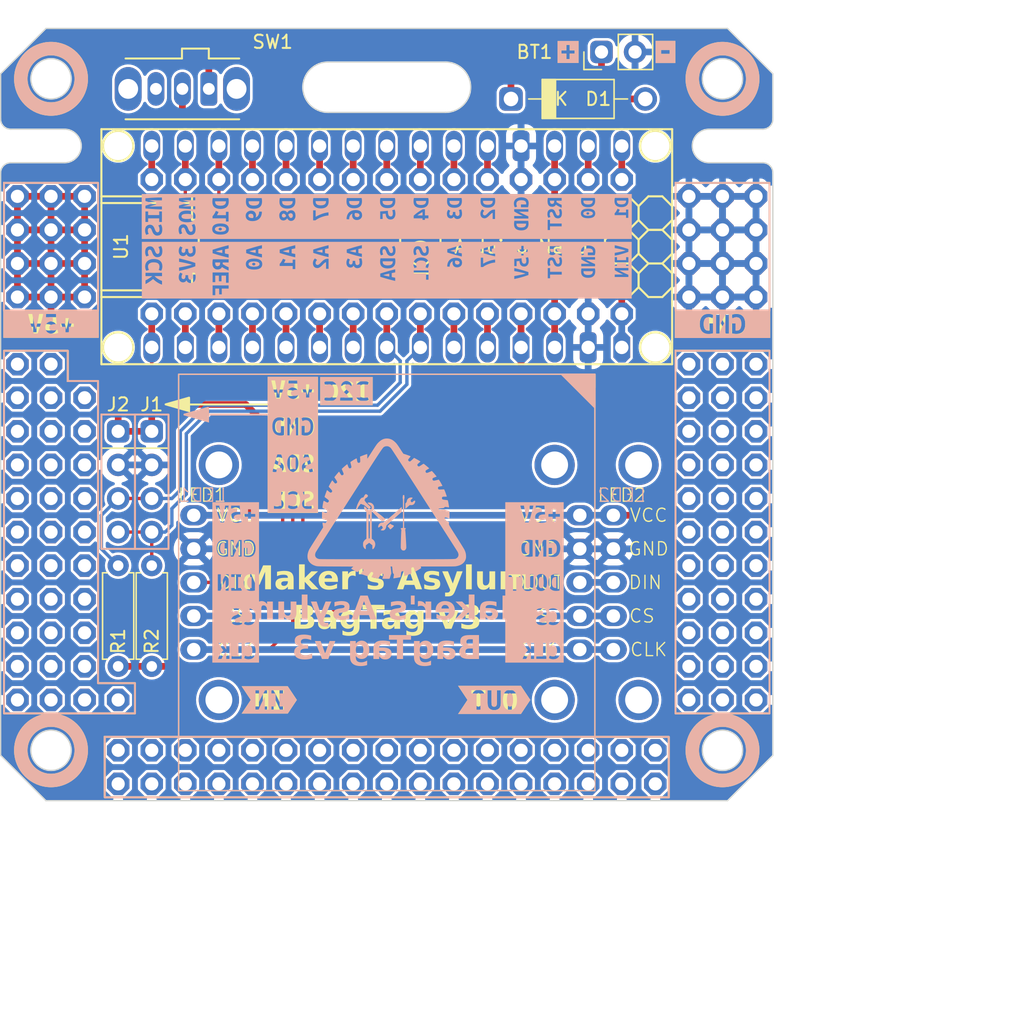
<source format=kicad_pcb>
(kicad_pcb (version 20221018) (generator pcbnew)
  (title_block (title "8x8_Badge") (date "2023-06-19") (rev "v3") (company "Maker's Asylum"))
  (layers (0 "F.Cu" signal) (31 "B.Cu" signal) (36 "B.SilkS" user "B.Silkscreen") (37 "F.SilkS" user "F.Silkscreen") (38 "B.Mask" user) (39 "F.Mask" user) (44 "Edge.Cuts" user))
  (net 0 "")
  (net 1 "/GND")
  (net 2 "/SCL")
  (net 3 "/SDA")
  (net 4 "/5V")
  (net 5 "/D2")
  (net 6 "/D3")
  (net 7 "/D4")
  (net 8 "/D5")
  (net 9 "/D6")
  (net 10 "/D7")
  (net 11 "/D8")
  (net 12 "/D9")
  (net 13 "/D10")
  (net 14 "/MOSI")
  (net 15 "/MISO")
  (net 16 "/SCK")
  (net 17 "/RST1")
  (net 18 "/D0")
  (net 19 "/D1")
  (net 20 "/A7")
  (net 21 "/A6")
  (net 22 "/A3")
  (net 23 "/A2")
  (net 24 "/A1")
  (net 25 "/A0")
  (net 26 "/AREF")
  (net 27 "/3V3")
  (net 28 "/VIN")
  (net 29 "/9V")
  (net 30 "/8V3")
  (net 131 "/DOUT")
  (footprint "BagTag:PinHeader_1x01_P2.54mm_Vertical" (layer "F.Cu") (at 105.41 71.12)
    (fp_text reference "J242" hide)
    (fp_text value "Conn_01x01" hide)
  )
  (footprint "BagTag:PinHeader_1x01_P2.54mm_Vertical" (layer "F.Cu") (at 107.95 63.5)
    (fp_text reference "J234" hide)
    (fp_text value "Conn_01x01" hide)
  )
  (footprint "BagTag:PinHeader_1x01_P2.54mm_Vertical" (layer "F.Cu") (at 72.39 107.95 90)
    (fp_text reference "J155" hide)
    (fp_text value "Conn_01x01" hide)
  )
  (footprint "BagTag:PinHeader_1x01_P2.54mm_Vertical" (layer "F.Cu") (at 57.15 91.44)
    (fp_text reference "J189" hide)
    (fp_text value "Conn_01x01" hide)
  )
  (footprint "BagTag:PinHeader_1x01_P2.54mm_Vertical" (layer "F.Cu") (at 97.79 107.95 90)
    (fp_text reference "J175" hide)
    (fp_text value "Conn_01x01" hide)
  )
  (footprint "BagTag:PinHeader_1x01_P2.54mm_Vertical" (layer "F.Cu") (at 57.15 66.04)
    (fp_text reference "J225" hide)
    (fp_text value "Conn_01x01" hide)
  )
  (footprint "BagTag:PinHeader_1x01_P2.54mm_Vertical" (layer "F.Cu") (at 107.95 81.28)
    (fp_text reference "J142" hide)
    (fp_text value "Conn_01x01" hide)
  )
  (footprint "BagTag:PinHeader_1x01_P2.54mm_Vertical" (layer "F.Cu") (at 57.15 83.82)
    (fp_text reference "J186" hide)
    (fp_text value "Conn_01x01" hide)
  )
  (footprint "BagTag:PinHeader_1x01_P2.54mm_Vertical" (layer "F.Cu") (at 107.95 86.36)
    (fp_text reference "J144" hide)
    (fp_text value "Conn_01x01" hide)
  )
  (footprint "BagTag:PinHeader_1x01_P2.54mm_Vertical" (layer "F.Cu") (at 69.85 107.95 90)
    (fp_text reference "J154" hide)
    (fp_text value "Conn_01x01" hide)
  )
  (footprint "BagTag:PinHeader_1x01_P2.54mm_Vertical" (layer "F.Cu") (at 52.07 68.58)
    (fp_text reference "J226" hide)
    (fp_text value "Conn_01x01" hide)
  )
  (footprint "BagTag:PinHeader_1x01_P2.54mm_Vertical" (layer "F.Cu") (at 105.41 93.98)
    (fp_text reference "J137" hide)
    (fp_text value "Conn_01x01" hide)
  )
  (footprint "BagTag:PinHeader_1x01_P2.54mm_Vertical" (layer "F.Cu") (at 107.95 99.06)
    (fp_text reference "J149" hide)
    (fp_text value "Conn_01x01" hide)
  )
  (footprint "BagTag:PinHeader_1x01_P2.54mm_Vertical" (layer "F.Cu") (at 107.95 66.04)
    (fp_text reference "J237" hide)
    (fp_text value "Conn_01x01" hide)
  )
  (footprint "BagTag:PinHeader_1x01_P2.54mm_Vertical" (layer "F.Cu") (at 107.95 76.2)
    (fp_text reference "J140" hide)
    (fp_text value "Conn_01x01" hide)
  )
  (footprint "BagTag:PinHeader_1x01_P2.54mm_Vertical" (layer "F.Cu") (at 105.41 81.28)
    (fp_text reference "J132" hide)
    (fp_text value "Conn_01x01" hide)
  )
  (footprint "BagTag:PinHeader_1x01_P2.54mm_Vertical" (layer "F.Cu") (at 80.01 107.95 90)
    (fp_text reference "J158" hide)
    (fp_text value "Conn_01x01" hide)
  )
  (footprint "BagTag:PinHeader_1x01_P2.54mm_Vertical" (layer "F.Cu") (at 54.61 78.74)
    (fp_text reference "J111" hide)
    (fp_text value "Conn_01x01" hide)
  )
  (footprint "BagTag:PinHeader_1x01_P2.54mm_Vertical" (layer "F.Cu") (at 102.87 86.36)
    (fp_text reference "J124" hide)
    (fp_text value "Conn_01x01" hide)
  )
  (footprint "BagTag:PinHeader_1x01_P2.54mm_Vertical" (layer "F.Cu") (at 95.25 107.95 90)
    (fp_text reference "J174" hide)
    (fp_text value "Conn_01x01" hide)
  )
  (footprint "BagTag:PinHeader_1x01_P2.54mm_Vertical" (layer "F.Cu") (at 107.95 83.82)
    (fp_text reference "J143" hide)
    (fp_text value "Conn_01x01" hide)
  )
  (footprint "BagTag:PinHeader_1x01_P2.54mm_Vertical" (layer "F.Cu") (at 107.95 88.9)
    (fp_text reference "J145" hide)
    (fp_text value "Conn_01x01" hide)
  )
  (footprint "BagTag:PinHeader_1x01_P2.54mm_Vertical" (layer "F.Cu") (at 105.41 66.04)
    (fp_text reference "J236" hide)
    (fp_text value "Conn_01x01" hide)
  )
  (footprint "BagTag:PinHeader_1x01_P2.54mm_Vertical" (layer "F.Cu") (at 102.87 63.5)
    (fp_text reference "J232" hide)
    (fp_text value "Conn_01x01" hide)
  )
  (footprint "BagTag:PinHeader_1x01_P2.54mm_Vertical" (layer "F.Cu") (at 105.41 83.82)
    (fp_text reference "J133" hide)
    (fp_text value "Conn_01x01" hide)
  )
  (footprint "BagTag:PinHeader_1x01_P2.54mm_Vertical" (layer "F.Cu") (at 107.95 96.52)
    (fp_text reference "J148" hide)
    (fp_text value "Conn_01x01" hide)
  )
  (footprint "BagTag:PinHeader_1x01_P2.54mm_Vertical" (layer "F.Cu") (at 59.69 101.6 90)
    (fp_text reference "J196" hide)
    (fp_text value "Conn_01x01" hide)
  )
  (footprint "BagTag:PinHeader_1x01_P2.54mm_Vertical" (layer "F.Cu") (at 59.69 105.41 90)
    (fp_text reference "J160" hide)
    (fp_text value "Conn_01x01" hide)
  )
  (footprint "BagTag:LED_matrix_8x8_M1088ASR_half" (layer "F.Cu") (at 111.76 92.71)
    (fp_text reference "LED2")
    (fp_text value "LED_8x8_1088AS")
  )
  (footprint "BagTag:PinHeader_1x01_P2.54mm_Vertical" (layer "F.Cu") (at 105.41 63.5)
    (fp_text reference "J233" hide)
    (fp_text value "Conn_01x01" hide)
  )
  (footprint "BagTag:PinHeader_1x01_P2.54mm_Vertical" (layer "F.Cu") (at 102.87 96.52)
    (fp_text reference "J128" hide)
    (fp_text value "Conn_01x01" hide)
  )
  (footprint "BagTag:PinHeader_1x01_P2.54mm_Vertical" (layer "F.Cu") (at 69.85 105.41 90)
    (fp_text reference "J164" hide)
    (fp_text value "Conn_01x01" hide)
  )
  (footprint "BagTag:PinHeader_1x01_P2.54mm_Vertical" (layer "F.Cu") (at 52.07 81.28)
    (fp_text reference "J102" hide)
    (fp_text value "Conn_01x01" hide)
  )
  (footprint "BagTag:PinHeader_1x01_P2.54mm_Vertical" (layer "F.Cu") (at 54.61 71.12)
    (fp_text reference "J230" hide)
    (fp_text value "Conn_01x01" hide)
  )
  (footprint "BagTag:PinHeader_1x01_P2.54mm_Vertical" (layer "F.Cu") (at 92.71 107.95 90)
    (fp_text reference "J173" hide)
    (fp_text value "Conn_01x01" hide)
  )
  (footprint "BagTag:PinHeader_1x01_P2.54mm_Vertical" (layer "F.Cu") (at 52.07 99.06)
    (fp_text reference "J109" hide)
    (fp_text value "Conn_01x01" hide)
  )
  (footprint "BagTag:kibuzzard-6461C7CD" (layer "F.Cu") (at 105.41 73.152)
    (fp_text reference "kibuzzard-6461C7CD" hide)
    (fp_text value "G***" hide)
  )
  (footprint "BagTag:PinHeader_1x01_P2.54mm_Vertical" (layer "F.Cu") (at 52.07 96.52)
    (fp_text reference "J108" hide)
    (fp_text value "Conn_01x01" hide)
  )
  (footprint "BagTag:PinHeader_1x01_P2.54mm_Vertical" (layer "F.Cu") (at 102.87 66.04)
    (fp_text reference "J235" hide)
    (fp_text value "Conn_01x01" hide)
  )
  (footprint "BagTag:PinHeader_1x01_P2.54mm_Vertical" (layer "F.Cu") (at 54.61 68.58)
    (fp_text reference "J227" hide)
    (fp_text value "Conn_01x01" hide)
  )
  (footprint "BagTag:PinHeader_1x01_P2.54mm_Vertical" (layer "F.Cu") (at 72.39 105.41 90)
    (fp_text reference "J165" hide)
    (fp_text value "Conn_01x01" hide)
  )
  (footprint "BagTag:PinHeader_1x01_P2.54mm_Vertical" (layer "F.Cu") (at 105.41 86.36)
    (fp_text reference "J134" hide)
    (fp_text value "Conn_01x01" hide)
  )
  (footprint "BagTag:PinHeader_1x01_P2.54mm_Vertical" (layer "F.Cu") (at 54.61 101.6 90)
    (fp_text reference "J194" hide)
    (fp_text value "Conn_01x01" hide)
  )
  (footprint "BagTag:PinHeader_1x01_P2.54mm_Vertical" (layer "F.Cu") (at 82.55 105.41 90)
    (fp_text reference "J169" hide)
    (fp_text value "Conn_01x01" hide)
  )
  (footprint "BagTag:PinHeader_1x02_P2.54mm_Vertical" (layer "F.Cu") (at 96.256 52.578 90)
    (fp_text reference "BT1")
    (fp_text value "Bat")
  )
  (footprint "BagTag:PinHeader_1x01_P2.54mm_Vertical" (layer "F.Cu") (at 64.769999 105.41 90)
    (fp_text reference "J162" hide)
    (fp_text value "Conn_01x01" hide)
  )
  (footprint "BagTag:PinHeader_1x01_P2.54mm_Vertical" (layer "F.Cu") (at 105.41 101.6)
    (fp_text reference "J198" hide)
    (fp_text value "Conn_01x01" hide)
  )
  (footprint "BagTag:PinHeader_1x01_P2.54mm_Vertical" (layer "F.Cu") (at 57.15 71.12)
    (fp_text reference "J231" hide)
    (fp_text value "Conn_01x01" hide)
  )
  (footprint "BagTag:PinHeader_1x01_P2.54mm_Vertical" (layer "F.Cu") (at 57.15 96.52)
    (fp_text reference "J191" hide)
    (fp_text value "Conn_01x01" hide)
  )
  (footprint "BagTag:PinHeader_1x01_P2.54mm_Vertical" (layer "F.Cu") (at 90.169999 107.95 90)
    (fp_text reference "J172" hide)
    (fp_text value "Conn_01x01" hide)
  )
  (footprint "BagTag:PinHeader_1x01_P2.54mm_Vertical" (layer "F.Cu") (at 105.41 96.52)
    (fp_text reference "J138" hide)
    (fp_text value "Conn_01x01" hide)
  )
  (footprint "BagTag:PinHeader_1x01_P2.54mm_Vertical" (layer "F.Cu") (at 54.61 83.82)
    (fp_text reference "J113" hide)
    (fp_text value "Conn_01x01" hide)
  )
  (footprint "BagTag:PinHeader_1x01_P2.54mm_Vertical" (layer "F.Cu") (at 105.41 88.9)
    (fp_text reference "J135" hide)
    (fp_text value "Conn_01x01" hide)
  )
  (footprint "BagTag:PinHeader_1x04_P2.54mm_Vertical" (layer "F.Cu") (at 59.69 81.28)
    (fp_text reference "J2")
    (fp_text value "Conn_I2C" hide)
  )
  (footprint "BagTag:PinHeader_1x01_P2.54mm_Vertical" (layer "F.Cu") (at 52.07 66.04)
    (fp_text reference "J223" hide)
    (fp_text value "Conn_01x01" hide)
  )
  (footprint "BagTag:kibuzzard-6461CA3D" (layer "F.Cu") (at 76.962 78.232)
    (fp_text reference "kibuzzard-6461CA3D" hide)
    (fp_text value "G***" hide)
  )
  (footprint "BagTag:LED_matrix_8x8_M1088ASR" (layer "F.Cu") (at 80.01 92.71)
    (fp_text reference "LED1")
    (fp_text value "LED_8x8_1088AS")
  )
  (footprint "BagTag:PinHeader_1x01_P2.54mm_Vertical" (layer "F.Cu") (at 87.63 107.95 90)
    (fp_text reference "J171" hide)
    (fp_text value "Conn_01x01" hide)
  )
  (footprint "BagTag:PinHeader_1x01_P2.54mm_Vertical" (layer "F.Cu") (at 52.07 91.44)
    (fp_text reference "J106" hide)
    (fp_text value "Conn_01x01" hide)
  )
  (footprint "BagTag:PinHeader_1x01_P2.54mm_Vertical" (layer "F.Cu") (at 67.31 107.95 90)
    (fp_text reference "J153" hide)
    (fp_text value "Conn_01x01" hide)
  )
  (footprint "BagTag:PinHeader_1x01_P2.54mm_Vertical" (layer "F.Cu") (at 102.87 78.74)
    (fp_text reference "J121" hide)
    (fp_text value "Conn_01x01" hide)
  )
  (footprint "BagTag:PinHeader_1x01_P2.54mm_Vertical" (layer "F.Cu") (at 52.07 93.98)
    (fp_text reference "J107" hide)
    (fp_text value "Conn_01x01" hide)
  )
  (footprint "BagTag:PinHeader_1x04_P2.54mm_Vertical" (layer "F.Cu") (at 62.23 81.28)
    (fp_text reference "J1")
    (fp_text value "Conn_I2C")
  )
  (footprint "BagTag:PinHeader_1x01_P2.54mm_Vertical" (layer "F.Cu") (at 54.61 63.5)
    (fp_text reference "J221" hide)
    (fp_text value "Conn_01x01" hide)
  )
  (footprint "BagTag:PinHeader_1x01_P2.54mm_Vertical" (layer "F.Cu") (at 102.87 93.98)
    (fp_text reference "J127" hide)
    (fp_text value "Conn_01x01" hide)
  )
  (footprint "BagTag:PinHeader_1x01_P2.54mm_Vertical" (layer "F.Cu") (at 85.09 105.41 90)
    (fp_text reference "J176" hide)
    (fp_text value "Conn_01x01" hide)
  )
  (footprint "BagTag:PinHeader_1x01_P2.54mm_Vertical" (layer "F.Cu") (at 52.07 71.12)
    (fp_text reference "J229" hide)
    (fp_text value "Conn_01x01" hide)
  )
  (footprint "BagTag:PinHeader_1x01_P2.54mm_Vertical" (layer "F.Cu") (at 57.15 63.5)
    (fp_text reference "J222" hide)
    (fp_text value "Conn_01x01" hide)
  )
  (footprint "BagTag:PinHeader_1x01_P2.54mm_Vertical" (layer "F.Cu") (at 57.15 99.06)
    (fp_text reference "J192" hide)
    (fp_text value "Conn_01x01" hide)
  )
  (footprint "BagTag:kibuzzard-6461CA60" (layer "F.Cu") (at 71.12 101.6)
    (fp_text reference "kibuzzard-6461CA60" hide)
    (fp_text value "G***" hide)
  )
  (footprint "BagTag:PinHeader_1x01_P2.54mm_Vertical" (layer "F.Cu") (at 90.169999 105.41 90)
    (fp_text reference "J178" hide)
    (fp_text value "Conn_01x01" hide)
  )
  (footprint "BagTag:PinHeader_1x01_P2.54mm_Vertical" (layer "F.Cu") (at 102.87 88.9)
    (fp_text reference "J125" hide)
    (fp_text value "Conn_01x01" hide)
  )
  (footprint "BagTag:PinHeader_1x01_P2.54mm_Vertical" (layer "F.Cu") (at 54.61 93.98)
    (fp_text reference "J117" hide)
    (fp_text value "Conn_01x01" hide)
  )
  (footprint "BagTag:PinHeader_1x01_P2.54mm_Vertical" (layer "F.Cu") (at 52.07 76.2)
    (fp_text reference "J100" hide)
    (fp_text value "Conn_01x01" hide)
  )
  (footprint "BagTag:PinHeader_1x01_P2.54mm_Vertical" (layer "F.Cu") (at 57.15 78.74)
    (fp_text reference "J184" hide)
    (fp_text value "Conn_01x01" hide)
  )
  (footprint "BagTag:PinHeader_1x01_P2.54mm_Vertical" (layer "F.Cu") (at 85.09 107.95 90)
    (fp_text reference "J170" hide)
    (fp_text value "Conn_01x01" hide)
  )
  (footprint "BagTag:PinHeader_1x01_P2.54mm_Vertical" (layer "F.Cu") (at 54.61 76.2)
    (fp_text reference "J110" hide)
    (fp_text value "Conn_01x01" hide)
  )
  (footprint "BagTag:PinHeader_1x01_P2.54mm_Vertical" (layer "F.Cu") (at 62.23 107.95 90)
    (fp_text reference "J151" hide)
    (fp_text value "Conn_01x01" hide)
  )
  (footprint "BagTag:PinHeader_1x01_P2.54mm_Vertical" (layer "F.Cu") (at 77.470001 105.41 90)
    (fp_text reference "J167" hide)
    (fp_text value "Conn_01x01" hide)
  )
  (footprint "BagTag:PinHeader_1x01_P2.54mm_Vertical" (layer "F.Cu") (at 52.07 101.6 90)
    (fp_text reference "J193" hide)
    (fp_text value "Conn_01x01" hide)
  )
  (footprint "BagTag:kibuzzard-64612FED" (layer "F.Cu") (at 101.092 52.578)
    (fp_text reference "kibuzzard-64612FED" hide)
    (fp_text value "G***" hide)
  )
  (footprint "BagTag:PinHeader_1x01_P2.54mm_Vertical" (layer "F.Cu") (at 77.470001 107.95 90)
    (fp_text reference "J157" hide)
    (fp_text value "Conn_01x01" hide)
  )
  (footprint "BagTag:PinHeader_1x01_P2.54mm_Vertical" (layer "F.Cu") (at 102.87 83.82)
    (fp_text reference "J123" hide)
    (fp_text value "Conn_01x01" hide)
  )
  (footprint "BagTag:PinHeader_1x01_P2.54mm_Vertical" (layer "F.Cu") (at 57.15 86.36)
    (fp_text reference "J187" hide)
    (fp_text value "Conn_01x01" hide)
  )
  (footprint "BagTag:PinHeader_1x01_P2.54mm_Vertical" (layer "F.Cu") (at 100.33 105.41)
    (fp_text reference "J182" hide)
    (fp_text value "Conn_01x01" hide)
  )
  (footprint "BagTag:PinHeader_1x01_P2.54mm_Vertical" (layer "F.Cu") (at 52.07 63.5)
    (fp_text reference "J220" hide)
    (fp_text value "Conn_01x01" hide)
  )
  (footprint "BagTag:PinHeader_1x01_P2.54mm_Vertical" (layer "F.Cu") (at 87.63 105.41 90)
    (fp_text reference "J177" hide)
    (fp_text value "Conn_01x01" hide)
  )
  (footprint "BagTag:kibuzzard-6461CA59" (layer "F.Cu") (at 88.138 101.6)
    (fp_text reference "kibuzzard-6461CA59" hide)
    (fp_text value "G***" hide)
  )
  (footprint "BagTag:R_Axial_DIN0207_L6.3mm_D2.5mm_P7.62mm_Horizontal" (layer "F.Cu") (at 62.23 99.06 90)
    (fp_text reference "R2")
    (fp_text value "10k")
  )
  (footprint "BagTag:PinHeader_1x01_P2.54mm_Vertical" (layer "F.Cu") (at 107.95 71.12)
    (fp_text reference "J243" hide)
    (fp_text value "Conn_01x01" hide)
  )
  (footprint "BagTag:PinHeader_1x01_P2.54mm_Vertical" (layer "F.Cu") (at 54.61 88.9)
    (fp_text reference "J115" hide)
    (fp_text value "Conn_01x01" hide)
  )
  (footprint "BagTag:PinHeader_1x01_P2.54mm_Vertical" (layer "F.Cu") (at 107.95 101.6)
    (fp_text reference "J199" hide)
    (fp_text value "Conn_01x01" hide)
  )
  (footprint "BagTag:PinHeader_1x01_P2.54mm_Vertical" (layer "F.Cu") (at 57.15 88.9)
    (fp_text reference "J188" hide)
    (fp_text value "Conn_01x01" hide)
  )
  (footprint "BagTag:PinHeader_1x01_P2.54mm_Vertical" (layer "F.Cu") (at 107.95 93.98)
    (fp_text reference "J147" hide)
    (fp_text value "Conn_01x01" hide)
  )
  (footprint "BagTag:PinHeader_1x01_P2.54mm_Vertical" (layer "F.Cu") (at 92.71 105.41 180)
    (fp_text reference "J179" hide)
    (fp_text value "Conn_01x01" hide)
  )
  (footprint "BagTag:PinHeader_1x01_P2.54mm_Vertical" (layer "F.Cu") (at 107.95 78.74)
    (fp_text reference "J141" hide)
    (fp_text value "Conn_01x01" hide)
  )
  (footprint "BagTag:PinHeader_1x01_P2.54mm_Vertical" (layer "F.Cu") (at 67.31 105.41 180)
    (fp_text reference "J163" hide)
    (fp_text value "Conn_01x01" hide)
  )
  (footprint "BagTag:PinHeader_1x01_P2.54mm_Vertical" (layer "F.Cu") (at 105.41 99.06)
    (fp_text reference "J139" hide)
    (fp_text value "Conn_01x01" hide)
  )
  (footprint "BagTag:PinHeader_1x01_P2.54mm_Vertical" (layer "F.Cu") (at 54.61 96.52)
    (fp_text reference "J118" hide)
    (fp_text value "Conn_01x01" hide)
  )
  (footprint "BagTag:PinHeader_1x01_P2.54mm_Vertical" (layer "F.Cu") (at 54.61 81.28)
    (fp_text reference "J112" hide)
    (fp_text value "Conn_01x01" hide)
  )
  (footprint "BagTag:PinHeader_1x01_P2.54mm_Vertical" (layer "F.Cu") (at 54.61 91.44)
    (fp_text reference "J116" hide)
    (fp_text value "Conn_01x01" hide)
  )
  (footprint "BagTag:kibuzzard-6461C6D4" (layer "F.Cu") (at 54.61 73.152)
    (fp_text reference "kibuzzard-6461C6D4" hide)
    (fp_text value "G***" hide)
  )
  (footprint "BagTag:PinHeader_1x01_P2.54mm_Vertical" (layer "F.Cu") (at 57.15 81.28)
    (fp_text reference "J185" hide)
    (fp_text value "Conn_01x01" hide)
  )
  (footprint "BagTag:PinHeader_1x01_P2.54mm_Vertical" (layer "F.Cu") (at 102.87 76.2)
    (fp_text reference "J120" hide)
    (fp_text value "Conn_01x01" hide)
  )
  (footprint "BagTag:PinHeader_1x01_P2.54mm_Vertical" (layer "F.Cu") (at 57.149999 101.6 90)
    (fp_text reference "J195" hide)
    (fp_text value "Conn_01x01" hide)
  )
  (footprint "BagTag:PinHeader_1x01_P2.54mm_Vertical" (layer "F.Cu") (at 102.87 101.6 90)
    (fp_text reference "J197" hide)
    (fp_text value "Conn_01x01" hide)
  )
  (footprint "BagTag:PinHeader_1x01_P2.54mm_Vertical" (layer "F.Cu") (at 97.79 105.41 180)
    (fp_text reference "J181" hide)
    (fp_text value "Conn_01x01" hide)
  )
  (footprint "BagTag:PinHeader_1x01_P2.54mm_Vertical" (layer "F.Cu") (at 95.25 105.41 90)
    (fp_text reference "J180" hide)
    (fp_text value "Conn_01x01" hide)
  )
  (footprint "BagTag:Arduino_Nano_v2_NoSPI" (layer "F.Cu") (at 100.33 67.31 -90)
    (fp_text reference "U1")
    (fp_text value "Arduino_Nano")
  )
  (footprint "BagTag:PinHeader_1x01_P2.54mm_Vertical" (layer "F.Cu") (at 59.69 107.95 90)
    (fp_text reference "J150" hide)
    (fp_text value "Conn_01x01" hide)
  )
  (footprint "BagTag:PinHeader_1x01_P2.54mm_Vertical" (layer "F.Cu") (at 102.87 68.58)
    (fp_text reference "J238" hide)
    (fp_text value "Conn_01x01" hide)
  )
  (footprint "BagTag:PinHeader_1x01_P2.54mm_Vertical" (layer "F.Cu") (at 102.87 81.28)
    (fp_text reference "J122" hide)
    (fp_text value "Conn_01x01" hide)
  )
  (footprint "BagTag:PinHeader_1x01_P2.54mm_Vertical" (layer "F.Cu") (at 100.33 107.95)
    (fp_text reference "J183" hide)
    (fp_text value "Conn_01x01" hide)
  )
  (footprint "BagTag:kibuzzard-646132D7" (layer "F.Cu") (at 72.91 82.31)
    (fp_text reference "kibuzzard-646132D7" hide)
    (fp_text value "G***" hide)
  )
  (footprint "BagTag:PinHeader_1x01_P2.54mm_Vertical" (layer "F.Cu") (at 102.87 91.44)
    (fp_text reference "J126" hide)
    (fp_text value "Conn_01x01" hide)
  )
  (footprint "BagTag:PinHeader_1x01_P2.54mm_Vertical" (layer "F.Cu") (at 52.07 83.82)
    (fp_text reference "J103" hide)
    (fp_text value "Conn_01x01" hide)
  )
  (footprint "BagTag:PinHeader_1x01_P2.54mm_Vertical" (layer "F.Cu") (at 105.41 78.74)
    (fp_text reference "J131" hide)
    (fp_text value "Conn_01x01" hide)
  )
  (footprint "BagTag:PinHeader_1x01_P2.54mm_Vertical" (layer "F.Cu") (at 105.41 91.44)
    (fp_text reference "J136" hide)
    (fp_text value "Conn_01x01" hide)
  )
  (footprint "BagTag:SW_CuK_OS102011MA1QN1_SPDT_Angled" (layer "F.Cu") (at 66.548 55.372 180)
    (fp_text reference "SW1")
    (fp_text value "ON")
  )
  (footprint "BagTag:PinHeader_1x01_P2.54mm_Vertical" (layer "F.Cu") (at 54.61 86.36)
    (fp_text reference "J114" hide)
    (fp_text value "Conn_01x01" hide)
  )
  (footprint "BagTag:kibuzzard-64612FA6" (layer "F.Cu") (at 93.726 52.578)
    (fp_text reference "kibuzzard-64612FA6" hide)
    (fp_text value "G***" hide)
  )
  (footprint "BagTag:PinHeader_1x01_P2.54mm_Vertical" (layer "F.Cu") (at 52.07 86.36)
    (fp_text reference "J104" hide)
    (fp_text value "Conn_01x01" hide)
  )
  (footprint "BagTag:PinHeader_1x01_P2.54mm_Vertical" (layer "F.Cu") (at 57.15 68.58)
    (fp_text reference "J228" hide)
    (fp_text value "Conn_01x01" hide)
  )
  (footprint "BagTag:PinHeader_1x01_P2.54mm_Vertical" (layer "F.Cu") (at 74.93 107.95 90)
    (fp_text reference "J156" hide)
    (fp_text value "Conn_01x01" hide)
  )
  (footprint "BagTag:PinHeader_1x01_P2.54mm_Vertical" (layer "F.Cu") (at 105.41 76.2)
    (fp_text reference "J130" hide)
    (fp_text value "Conn_01x01" hide)
  )
  (footprint "BagTag:PinHeader_1x01_P2.54mm_Vertical" (layer "F.Cu") (at 54.61 99.06)
    (fp_text reference "J119" hide)
    (fp_text value "Conn_01x01" hide)
  )
  (footprint "BagTag:PinHeader_1x01_P2.54mm_Vertical" (layer "F.Cu") (at 64.769999 107.95 90)
    (fp_text reference "J152" hide)
    (fp_text value "Conn_01x01" hide)
  )
  (footprint "BagTag:PinHeader_1x01_P2.54mm_Vertical" (layer "F.Cu") (at 80.01 105.41 90)
    (fp_text reference "J168" hide)
    (fp_text value "Conn_01x01" hide)
  )
  (footprint "BagTag:PinHeader_1x01_P2.54mm_Vertical" (layer "F.Cu") (at 74.93 105.41 90)
    (fp_text reference "J166" hide)
    (fp_text value "Conn_01x01" hide)
  )
  (footprint "BagTag:PinHeader_1x01_P2.54mm_Vertical" (layer "F.Cu") (at 102.87 71.12)
    (fp_text reference "J241" hide)
    (fp_text value "Conn_01x01" hide)
  )
  (footprint "BagTag:PinHeader_1x01_P2.54mm_Vertical" (layer "F.Cu") (at 105.41 68.58)
    (fp_text reference "J239" hide)
    (fp_text value "Conn_01x01" hide)
  )
  (footprint "BagTag:PinHeader_1x01_P2.54mm_Vertical" (layer "F.Cu") (at 52.07 88.9)
    (fp_text reference "J105" hide)
    (fp_text value "Conn_01x01" hide)
  )
  (footprint "BagTag:PinHeader_1x01_P2.54mm_Vertical" (layer "F.Cu") (at 52.07 78.74)
    (fp_text reference "J101" hide)
    (fp_text value "Conn_01x01" hide)
  )
  (footprint "BagTag:PinHeader_1x01_P2.54mm_Vertical" (layer "F.Cu") (at 102.87 99.06)
    (fp_text reference "J129" hide)
    (fp_text value "Conn_01x01" hide)
  )
  (footprint "BagTag:PinHeader_1x01_P2.54mm_Vertical" (layer "F.Cu") (at 62.23 105.41 90)
    (fp_text reference "J161" hide)
    (fp_text value "Conn_01x01" hide)
  )
  (footprint "BagTag:D_DO-41_SOD81_P10.16mm_Horizontal" (layer "F.Cu") (at 89.408 56.134)
    (fp_text reference "D1")
    (fp_text value "1N4001")
  )
  (footprint "BagTag:PinHeader_1x01_P2.54mm_Vertical" (layer "F.Cu") (at 54.61 66.04)
    (fp_text reference "J224" hide)
    (fp_text value "Conn_01x01" hide)
  )
  (footprint "BagTag:R_Axial_DIN0207_L6.3mm_D2.5mm_P7.62mm_Horizontal" (layer "F.Cu") (at 59.69 99.06 90)
    (fp_text reference "R1")
    (fp_text value "10k")
  )
  (footprint "BagTag:PinHeader_1x01_P2.54mm_Vertical" (layer "F.Cu") (at 82.55 107.95 90)
    (fp_text reference "J159" hide)
    (fp_text value "Conn_01x01" hide)
  )
  (footprint "BagTag:PinHeader_1x01_P2.54mm_Vertical" (layer "F.Cu") (at 57.15 93.98)
    (fp_text reference "J190" hide)
    (fp_text value "Conn_01x01" hide)
  )
  (footprint "BagTag:PinHeader_1x01_P2.54mm_Vertical" (layer "F.Cu") (at 107.95 68.58)
    (fp_text reference "J240" hide)
    (fp_text value "Conn_01x01" hide)
  )
  (footprint "BagTag:PinHeader_1x01_P2.54mm_Vertical" (layer "F.Cu") (at 107.95 91.44)
    (fp_text reference "J146" hide)
    (fp_text value "Conn_01x01" hide)
  )
  (footprint "BagTag:PinHeader_1x01_P2.54mm_Vertical" (layer "B.Cu") (at 87.63 62.23 90)
    (fp_text reference "J10" hide)
    (fp_text value "D2" hide)
  )
  (footprint "BagTag:kibuzzard-64612FA6" (layer "B.Cu") (at 93.726 52.578 180)
    (fp_text reference "kibuzzard-64612FA6" hide)
    (fp_text value "G***" hide)
  )
  (footprint "BagTag:PinHeader_1x01_P2.54mm_Vertical" (layer "B.Cu") (at 97.79 62.23 90)
    (fp_text reference "J25" hide)
    (fp_text value "D1" hide)
  )
  (footprint "BagTag:PinHeader_1x01_P2.54mm_Vertical" (layer "B.Cu") (at 67.31 62.23 90)
    (fp_text reference "J18" hide)
    (fp_text value "D10" hide)
  )
  (footprint "BagTag:PinHeader_1x01_P2.54mm_Vertical" (layer "B.Cu") (at 97.79 72.39 90)
    (fp_text reference "J35" hide)
    (fp_text value "VIN" hide)
  )
  (footprint "BagTag:PinHeader_1x01_P2.54mm_Vertical" (layer "B.Cu") (at 72.39 72.39 90)
    (fp_text reference "J32" hide)
    (fp_text value "A1" hide)
  )
  (footprint "BagTag:PinHeader_1x01_P2.54mm_Vertical" (layer "B.Cu") (at 95.25 62.23 90)
    (fp_text reference "J24" hide)
    (fp_text value "D0" hide)
  )
  (footprint "BagTag:PinHeader_1x01_P2.54mm_Vertical" (layer "B.Cu") (at 80.01 62.23 90)
    (fp_text reference "J13" hide)
    (fp_text value "D5" hide)
  )
  (footprint "BagTag:PinHeader_1x01_P2.54mm_Vertical" (layer "B.Cu") (at 62.23 62.23 90)
    (fp_text reference "J20" hide)
    (fp_text value "D12" hide)
  )
  (footprint "BagTag:PinHeader_1x01_P2.54mm_Vertical" (layer "B.Cu") (at 85.09 62.23 90)
    (fp_text reference "J11" hide)
    (fp_text value "D3" hide)
  )
  (footprint "BagTag:PinHeader_1x01_P2.54mm_Vertical" (layer "B.Cu") (at 92.709999 62.23 90)
    (fp_text reference "J22" hide)
    (fp_text value "RST1" hide)
  )
  (footprint "BagTag:PinHeader_1x01_P2.54mm_Vertical" (layer "B.Cu") (at 90.17 62.23 90)
    (fp_text reference "J39" hide)
    (fp_text value "GND2" hide)
  )
  (footprint "BagTag:PinHeader_1x01_P2.54mm_Vertical" (layer "B.Cu") (at 90.17 72.39 90)
    (fp_text reference "J36" hide)
    (fp_text value "5V" hide)
  )
  (footprint "BagTag:PinHeader_1x01_P2.54mm_Vertical" (layer "B.Cu") (at 62.23 72.39 90)
    (fp_text reference "J21" hide)
    (fp_text value "D13" hide)
  )
  (footprint "BagTag:PinHeader_1x01_P2.54mm_Vertical" (layer "B.Cu") (at 87.63 72.39 90)
    (fp_text reference "J26" hide)
    (fp_text value "A7" hide)
  )
  (footprint "BagTag:kibuzzard-646132D7" (layer "B.Cu") (at 72.898 82.296 180)
    (fp_text reference "kibuzzard-646132D7" hide)
    (fp_text value "G***" hide)
  )
  (footprint "BagTag:PinHeader_1x01_P2.54mm_Vertical" (layer "B.Cu") (at 67.31 72.39 90)
    (fp_text reference "J34" hide)
    (fp_text value "AREF" hide)
  )
  (footprint "BagTag:kibuzzard-6461C6D4" (layer "B.Cu") (at 54.61 73.152 180)
    (fp_text reference "kibuzzard-6461C6D4" hide)
    (fp_text value "G***" hide)
  )
  (footprint "BagTag:PinHeader_1x01_P2.54mm_Vertical" (layer "B.Cu") (at 80.01 72.39 90)
    (fp_text reference "J29" hide)
    (fp_text value "A4" hide)
  )
  (footprint "BagTag:PinHeader_1x01_P2.54mm_Vertical" (layer "B.Cu") (at 69.849999 62.23 90)
    (fp_text reference "J17" hide)
    (fp_text value "D9" hide)
  )
  (footprint "BagTag:PinHeader_1x01_P2.54mm_Vertical" (layer "B.Cu") (at 82.550001 62.23 90)
    (fp_text reference "J12" hide)
    (fp_text value "D4" hide)
  )
  (footprint "BagTag:MA_logo_12mmx10mm" (layer "B.Cu") (at 80.01 87.122 180)
    (fp_text reference "G***" hide)
    (fp_text value "LOGO" hide)
  )
  (footprint "BagTag:kibuzzard-6461CA30" (layer "B.Cu") (at 76.962 78.232 180)
    (fp_text reference "kibuzzard-6461CA30" hide)
    (fp_text value "G***" hide)
  )
  (footprint "BagTag:kibuzzard-6461377A" (layer "B.Cu") (at 80.01 65.024 -90)
    (fp_text reference "kibuzzard-6461377A" hide)
    (fp_text value "G***" hide)
  )
  (footprint "BagTag:kibuzzard-64612FED" (layer "B.Cu") (at 101.092 52.578 180)
    (fp_text reference "kibuzzard-64612FED" hide)
    (fp_text value "G***" hide)
  )
  (footprint "BagTag:PinHeader_1x01_P2.54mm_Vertical" (layer "B.Cu") (at 92.71 72.389999 90)
    (fp_text reference "J23" hide)
    (fp_text value "RST1" hide)
  )
  (footprint "BagTag:kibuzzard-6461376B" (layer "B.Cu") (at 80.01 69.088 -90)
    (fp_text reference "kibuzzard-6461376B" hide)
    (fp_text value "G***" hide)
  )
  (footprint "BagTag:PinHeader_1x01_P2.54mm_Vertical" (layer "B.Cu") (at 72.39 62.23 90)
    (fp_text reference "J16" hide)
    (fp_text value "D8" hide)
  )
  (footprint "BagTag:PinHeader_1x01_P2.54mm_Vertical" (layer "B.Cu") (at 95.25 72.39 90)
    (fp_text reference "J38" hide)
    (fp_text value "GND1" hide)
  )
  (footprint "BagTag:PinHeader_1x01_P2.54mm_Vertical" (layer "B.Cu") (at 69.85 72.389999 90)
    (fp_text reference "J33" hide)
    (fp_text value "A0" hide)
  )
  (footprint "BagTag:kibuzzard-646134AD" (layer "B.Cu") (at 68.58 92.71 180)
    (fp_text reference "kibuzzard-646134AD" hide)
    (fp_text value "G***" hide)
  )
  (footprint "BagTag:PinHeader_1x01_P2.54mm_Vertical" (layer "B.Cu") (at 85.09 72.39 90)
    (fp_text reference "J27" hide)
    (fp_text value "A6" hide)
  )
  (footprint "BagTag:PinHeader_1x01_P2.54mm_Vertical" (layer "B.Cu") (at 64.77 72.39 90)
    (fp_text reference "J37" hide)
    (fp_text value "3V3" hide)
  )
  (footprint "BagTag:PinHeader_1x01_P2.54mm_Vertical" (layer "B.Cu") (at 77.47 72.39 90)
    (fp_text reference "J30" hide)
    (fp_text value "A3" hide)
  )
  (footprint "BagTag:PinHeader_1x01_P2.54mm_Vertical" (layer "B.Cu") (at 74.93 62.23 90)
    (fp_text reference "J15" hide)
    (fp_text value "D7" hide)
  )
  (footprint "BagTag:kibuzzard-6461CA4A" (layer "B.Cu") (at 71.12 101.6 180)
    (fp_text reference "kibuzzard-6461CA4A" hide)
    (fp_text value "G***" hide)
  )
  (footprint "BagTag:PinHeader_1x01_P2.54mm_Vertical" (layer "B.Cu") (at 82.55 72.389999 90)
    (fp_text reference "J28" hide)
    (fp_text value "A5" hide)
  )
  (footprint "BagTag:kibuzzard-6461CA6F" (layer "B.Cu") (at 88.138 101.6 180)
    (fp_text reference "kibuzzard-6461CA6F" hide)
    (fp_text value "G***" hide)
  )
  (footprint "BagTag:PinHeader_1x01_P2.54mm_Vertical" (layer "B.Cu") (at 74.93 72.39 90)
    (fp_text reference "J31" hide)
    (fp_text value "A2" hide)
  )
  (footprint "BagTag:PinHeader_1x01_P2.54mm_Vertical" (layer "B.Cu") (at 77.47 62.23 90)
    (fp_text reference "J14" hide)
    (fp_text value "D6" hide)
  )
  (footprint "BagTag:kibuzzard-6461C7E5" (layer "B.Cu") (at 105.41 73.152 180)
    (fp_text reference "kibuzzard-6461C7E5" hide)
    (fp_text value "G***" hide)
  )
  (footprint "BagTag:PinHeader_1x01_P2.54mm_Vertical" (layer "B.Cu") (at 64.77 62.23 90)
    (fp_text reference "J19" hide)
    (fp_text value "D11" hide)
  )
  (footprint "BagTag:kibuzzard-646134FF" (layer "B.Cu") (at 91.186 92.71 180)
    (fp_text reference "kibuzzard-646134FF" hide)
    (fp_text value "G***" hide)
  )
  (gr_poly (pts (xy 101.346 104.394) (xy 58.673999 104.394) (xy 58.674 108.966) (xy 101.346 108.966)) (stroke (width 0.15)) (fill none) (layer "B.SilkS"))
  (gr_poly (pts (xy 64.71 80.01) (xy 66.488 79.502) (xy 66.488 80.518)) (stroke (width 0.15)) (fill solid) (layer "B.SilkS"))
  (gr_rect (start 58.42 80.01) (end 60.96 90.17) (stroke (width 0.15)) (fill none) (layer "B.SilkS"))
  (gr_rect (start 101.854 62.484) (end 108.966 72.136) (stroke (width 0.15)) (fill none) (layer "B.SilkS"))
  (gr_circle (center 54.61 105.41) (end 56.896 105.41) (stroke (width 1.016)) (fill none) (layer "B.SilkS"))
  (gr_circle (center 54.61 54.61) (end 56.896 54.61) (stroke (width 1.016)) (fill none) (layer "B.SilkS"))
  (gr_rect (start 101.854 75.184) (end 108.966 102.616) (stroke (width 0.15)) (fill none) (layer "B.SilkS"))
  (gr_poly (pts (xy 51.054 75.184) (xy 55.88 75.184) (xy 55.88 77.47) (xy 58.166 77.47) (xy 58.166 100.33) (xy 60.96 100.33) (xy 60.96 102.616) (xy 51.054 102.616)) (stroke (width 0.15)) (fill none) (layer "B.SilkS"))
  (gr_line (start 70.91 80.01) (end 64.71 80.01) (stroke (width 0.15)) (layer "B.SilkS"))
  (gr_circle (center 105.41 54.61) (end 107.696 54.61) (stroke (width 1.016)) (fill none) (layer "B.SilkS"))
  (gr_rect (start 60.96 80.01) (end 63.5 90.17) (stroke (width 0.15)) (fill none) (layer "B.SilkS"))
  (gr_circle (center 105.41 105.41) (end 107.696 105.41) (stroke (width 1.016)) (fill none) (layer "B.SilkS"))
  (gr_rect (start 51.054 62.484) (end 58.166 72.136) (stroke (width 0.15)) (fill none) (layer "B.SilkS"))
  (gr_circle (center 54.61 105.41) (end 52.324 105.41) (stroke (width 1.016)) (fill none) (layer "F.SilkS"))
  (gr_circle (center 105.41 54.61) (end 103.124 54.61) (stroke (width 1.016)) (fill none) (layer "F.SilkS"))
  (gr_poly (pts (xy 63.277962 79.238868) (xy 65.055962 78.730868) (xy 65.055962 79.746868)) (stroke (width 0.15)) (fill solid) (layer "F.SilkS"))
  (gr_rect (start 58.674 104.394) (end 101.346 108.966) (stroke (width 0.15)) (fill none) (layer "F.SilkS"))
  (gr_rect (start 101.854 62.484) (end 108.966 72.136) (stroke (width 0.15)) (fill none) (layer "F.SilkS"))
  (gr_rect (start 101.854 75.184) (end 108.966 102.616) (stroke (width 0.15)) (fill none) (layer "F.SilkS"))
  (gr_rect (start 51.054 62.484) (end 58.166 72.136) (stroke (width 0.15)) (fill none) (layer "F.SilkS"))
  (gr_line (start 71.161 79.248) (end 64.983 79.248) (stroke (width 0.15)) (layer "F.SilkS"))
  (gr_circle (center 105.41 105.41) (end 103.124 105.41) (stroke (width 1.016)) (fill none) (layer "F.SilkS"))
  (gr_poly (pts (xy 51.054 75.184) (xy 55.88 75.184) (xy 55.88 77.47) (xy 58.166 77.47) (xy 58.166 100.33) (xy 60.96 100.33) (xy 60.96 102.616) (xy 51.054 102.616)) (stroke (width 0.15)) (fill none) (layer "F.SilkS"))
  (gr_circle (center 54.61 54.61) (end 52.324 54.61) (stroke (width 1.016)) (fill none) (layer "F.SilkS"))
  (gr_line (start 84.455 57.15) (end 75.565 57.15) (stroke (width 0.1)) (layer "Edge.Cuts"))
  (gr_arc (start 108.458 60.96) (mid 108.996815 61.183185) (end 109.22 61.722) (stroke (width 0.1)) (layer "Edge.Cuts"))
  (gr_circle (center 105.41 54.61) (end 106.934 54.61) (stroke (width 0.1)) (fill none) (layer "Edge.Cuts"))
  (gr_line (start 108.458 58.42) (end 104.394 58.419999) (stroke (width 0.1)) (layer "Edge.Cuts"))
  (gr_line (start 50.8 54.229) (end 54.229 50.8) (stroke (width 0.1)) (layer "Edge.Cuts"))
  (gr_line (start 54.229 50.8) (end 105.791 50.8) (stroke (width 0.1)) (layer "Edge.Cuts"))
  (gr_line (start 109.22 54.229) (end 105.791 50.8) (stroke (width 0.1)) (layer "Edge.Cuts"))
  (gr_line (start 105.791 109.22) (end 109.22 105.791) (stroke (width 0.1)) (layer "Edge.Cuts"))
  (gr_arc (start 75.565 57.15) (mid 73.66 55.245) (end 75.565 53.34) (stroke (width 0.1)) (layer "Edge.Cuts"))
  (gr_circle (center 54.61 105.41) (end 56.134 105.41) (stroke (width 0.1)) (fill none) (layer "Edge.Cuts"))
  (gr_line (start 105.791 109.22) (end 54.229 109.22) (stroke (width 0.1)) (layer "Edge.Cuts"))
  (gr_arc (start 50.8 61.722) (mid 51.023185 61.183185) (end 51.562 60.96) (stroke (width 0.1)) (layer "Edge.Cuts"))
  (gr_line (start 50.8 105.791) (end 54.229 109.22) (stroke (width 0.1)) (layer "Edge.Cuts"))
  (gr_arc (start 51.562 58.42) (mid 51.023185 58.196815) (end 50.8 57.658) (stroke (width 0.1)) (layer "Edge.Cuts"))
  (gr_line (start 109.22 54.229) (end 109.22 57.658) (stroke (width 0.1)) (layer "Edge.Cuts"))
  (gr_line (start 109.22 61.722) (end 109.22 105.791) (stroke (width 0.1)) (layer "Edge.Cuts"))
  (gr_line (start 55.626 58.42) (end 51.562 58.42) (stroke (width 0.1)) (layer "Edge.Cuts"))
  (gr_arc (start 55.626 58.42) (mid 56.896 59.69) (end 55.626 60.96) (stroke (width 0.1)) (layer "Edge.Cuts"))
  (gr_circle (center 105.41 105.41) (end 106.934 105.41) (stroke (width 0.1)) (fill none) (layer "Edge.Cuts"))
  (gr_circle (center 54.61 54.61) (end 56.134 54.61) (stroke (width 0.1)) (fill none) (layer "Edge.Cuts"))
  (gr_line (start 51.562 60.96) (end 55.626 60.96) (stroke (width 0.1)) (layer "Edge.Cuts"))
  (gr_arc (start 84.455 53.34) (mid 86.36 55.245) (end 84.455 57.15) (stroke (width 0.1)) (layer "Edge.Cuts"))
  (gr_arc (start 104.394 60.960001) (mid 103.123999 59.69) (end 104.394 58.419999) (stroke (width 0.1)) (layer "Edge.Cuts"))
  (gr_line (start 75.565 53.34) (end 84.455 53.34) (stroke (width 0.1)) (layer "Edge.Cuts"))
  (gr_line (start 104.394 60.96) (end 108.458 60.96) (stroke (width 0.1)) (layer "Edge.Cuts"))
  (gr_line (start 50.8 54.229) (end 50.8 57.658) (stroke (width 0.1)) (layer "Edge.Cuts"))
  (gr_line (start 50.8 105.791) (end 50.8 61.722) (stroke (width 0.1)) (layer "Edge.Cuts"))
  (gr_arc (start 109.22 57.658) (mid 108.996815 58.196815) (end 108.458 58.42) (stroke (width 0.1)) (layer "Edge.Cuts"))
  (gr_text "Maker's Asylum\nBagTag v3" (at 80.01 98.806) (layer "B.SilkS") (effects (font (size 1.778 1.778)) (justify bottom mirror)))
  (gr_text "Maker's Asylum\nBagTag v3" (at 80.01 96.52) (layer "F.SilkS") (effects (font (size 1.778 1.778)) (justify bottom)))
  (segment (start 60.96 82.55) (end 62.23 83.82) (width 0.508) (layer "B.Cu") (net 1))
  (segment (start 107.95 66.04) (end 107.95 68.58) (width 0.508) (layer "B.Cu") (net 1))
  (segment (start 98.552 90.17) (end 97.155 90.17) (width 0.508) (layer "B.Cu") (net 1))
  (segment (start 98.796 54.239) (end 98.796 52.578) (width 0.508) (layer "B.Cu") (net 1))
  (segment (start 105.41 71.12) (end 105.41 68.58) (width 0.508) (layer "B.Cu") (net 1))
  (segment (start 102.87 63.5) (end 102.87 66.04) (width 0.508) (layer "B.Cu") (net 1))
  (segment (start 95.25 74.93) (end 95.25 85.344) (width 0.508) (layer "B.Cu") (net 1))
  (segment (start 107.95 71.12) (end 105.41 71.12) (width 0.508) (layer "B.Cu") (net 1))
  (segment (start 90.17 59.69) (end 90.17 57.912) (width 0.508) (layer "B.Cu") (net 1))
  (segment (start 105.41 68.58) (end 107.95 68.58) (width 0.508) (layer "B.Cu") (net 1))
  (segment (start 107.95 63.5) (end 107.95 66.04) (width 0.508) (layer "B.Cu") (net 1))
  (segment (start 90.17 59.69) (end 90.17 62.23) (width 0.508) (layer "B.Cu") (net 1))
  (segment (start 90.17 62.23) (end 90.17 66.167) (width 0.508) (layer "B.Cu") (net 1))
  (segment (start 95.25 68.58) (end 95.25 72.39) (width 0.508) (layer "B.Cu") (net 1))
  (segment (start 105.41 66.04) (end 102.87 66.04) (width 0.508) (layer "B.Cu") (net 1))
  (segment (start 102.87 68.58) (end 95.25 68.58) (width 0.508) (layer "B.Cu") (net 1))
  (segment (start 102.87 63.5) (end 105.41 63.5) (width 0.508) (layer "B.Cu") (net 1))
  (segment (start 102.87 68.58) (end 105.41 68.58) (width 0.508) (layer "B.Cu") (net 1))
  (segment (start 105.41 71.12) (end 102.87 71.12) (width 0.508) (layer "B.Cu") (net 1))
  (segment (start 97.155 90.17) (end 94.615 90.17) (width 0.508) (layer "B.Cu") (net 1))
  (segment (start 105.41 63.5) (end 107.95 63.5) (width 0.508) (layer "B.Cu") (net 1))
  (segment (start 92.583 68.58) (end 95.25 68.58) (width 0.508) (layer "B.Cu") (net 1))
  (segment (start 99.06 86.868) (end 99.06 89.662) (width 0.508) (layer "B.Cu") (net 1))
  (segment (start 95.25 85.344) (end 96.012 86.106) (width 0.508) (layer "B.Cu") (net 1))
  (segment (start 99.06 89.662) (end 98.552 90.17) (width 0.508) (layer "B.Cu") (net 1))
  (segment (start 107.95 66.04) (end 105.41 66.04) (width 0.508) (layer "B.Cu") (net 1))
  (segment (start 90.17 66.167) (end 92.583 68.58) (width 0.508) (layer "B.Cu") (net 1))
  (segment (start 59.69 83.82) (end 60.96 85.09) (width 0.508) (layer "B.Cu") (net 1))
  (segment (start 92.837 55.245) (end 97.79 55.245) (width 0.508) (layer "B.Cu") (net 1))
  (segment (start 105.41 68.58) (end 105.41 66.04) (width 0.508) (layer "B.Cu") (net 1))
  (segment (start 94.615 90.17) (end 65.405 90.17) (width 0.508) (layer "B.Cu") (net 1))
  (segment (start 102.87 71.12) (end 102.87 68.58) (width 0.508) (layer "B.Cu") (net 1))
  (segment (start 60.96 85.09) (end 62.23 83.82) (width 0.508) (layer "B.Cu") (net 1))
  (segment (start 59.69 83.82) (end 60.96 82.55) (width 0.508) (layer "B.Cu") (net 1))
  (segment (start 107.95 68.58) (end 107.95 71.12) (width 0.508) (layer "B.Cu") (net 1))
  (segment (start 95.25 72.39) (end 95.25 74.93) (width 0.508) (layer "B.Cu") (net 1))
  (segment (start 105.41 66.04) (end 105.41 63.5) (width 0.508) (layer "B.Cu") (net 1))
  (segment (start 102.87 66.04) (end 102.87 68.58) (width 0.508) (layer "B.Cu") (net 1))
  (segment (start 97.79 55.245) (end 98.796 54.239) (width 0.508) (layer "B.Cu") (net 1))
  (segment (start 98.298 86.106) (end 99.06 86.868) (width 0.508) (layer "B.Cu") (net 1))
  (segment (start 90.17 57.912) (end 92.837 55.245) (width 0.508) (layer "B.Cu") (net 1))
  (segment (start 96.012 86.106) (end 98.298 86.106) (width 0.508) (layer "B.Cu") (net 1))
  (segment (start 62.23 91.44) (end 62.23 88.9) (width 0.254) (layer "F.Cu") (net 2))
  (segment (start 59.69 88.9) (end 62.23 88.9) (width 0.254) (layer "F.Cu") (net 2))
  (segment (start 82.55 72.389999) (end 82.55 74.93) (width 0.508) (layer "F.Cu") (net 2))
  (segment (start 81.534 75.946) (end 82.55 74.93) (width 0.254) (layer "B.Cu") (net 2))
  (segment (start 64.8462 86.0298) (end 64.8462 81.4578) (width 0.254) (layer "B.Cu") (net 2))
  (segment (start 66.548 79.756) (end 79.502 79.756) (width 0.254) (layer "B.Cu") (net 2))
  (segment (start 81.534 77.724) (end 81.534 75.946) (width 0.254) (layer "B.Cu") (net 2))
  (segment (start 62.23 88.9) (end 63.246 88.9) (width 0.254) (layer "B.Cu") (net 2))
  (segment (start 63.754 88.392) (end 63.754 87.122) (width 0.254) (layer "B.Cu") (net 2))
  (segment (start 64.8462 81.4578) (end 66.548 79.756) (width 0.254) (layer "B.Cu") (net 2))
  (segment (start 79.502 79.756) (end 81.534 77.724) (width 0.254) (layer "B.Cu") (net 2))
  (segment (start 63.754 87.122) (end 64.8462 86.0298) (width 0.254) (layer "B.Cu") (net 2))
  (segment (start 63.246 88.9) (end 63.754 88.392) (width 0.254) (layer "B.Cu") (net 2))
  (segment (start 59.69 86.36) (end 62.23 86.36) (width 0.254) (layer "F.Cu") (net 3))
  (segment (start 80.01 74.93) (end 80.01 72.39) (width 0.508) (layer "F.Cu") (net 3))
  (segment (start 66.359948 79.302) (end 79.313948 79.302) (width 0.254) (layer "B.Cu") (net 3))
  (segment (start 81.026 77.589948) (end 81.026 75.946) (width 0.254) (layer "B.Cu") (net 3))
  (segment (start 79.313948 79.302) (end 81.026 77.589948) (width 0.254) (layer "B.Cu") (net 3))
  (segment (start 64.3922 81.269747) (end 66.359948 79.302) (width 0.254) (layer "B.Cu") (net 3))
  (segment (start 63.754 86.36) (end 64.3922 85.7218) (width 0.254) (layer "B.Cu") (net 3))
  (segment (start 58.42 87.63) (end 59.69 86.36) (width 0.254) (layer "B.Cu") (net 3))
  (segment (start 62.23 86.36) (end 63.754 86.36) (width 0.254) (layer "B.Cu") (net 3))
  (segment (start 58.42 90.17) (end 58.42 87.63) (width 0.254) (layer "B.Cu") (net 3))
  (segment (start 81.026 75.946) (end 80.01 74.93) (width 0.254) (layer "B.Cu") (net 3))
  (segment (start 59.69 91.44) (end 58.42 90.17) (width 0.254) (layer "B.Cu") (net 3))
  (segment (start 64.3922 81.269747) (end 64.3922 85.7218) (width 0.254) (layer "B.Cu") (net 3))
  (segment (start 90.17 74.93) (end 90.17 72.39) (width 0.508) (layer "F.Cu") (net 4))
  (segment (start 54.61 68.58) (end 54.61 66.04) (width 0.508) (layer "F.Cu") (net 4))
  (segment (start 59.69 99.06) (end 62.23 99.06) (width 0.508) (layer "F.Cu") (net 4))
  (segment (start 69.342 87.63) (end 65.405 87.63) (width 0.508) (layer "F.Cu") (net 4))
  (segment (start 52.07 66.04) (end 54.61 66.04) (width 0.508) (layer "F.Cu") (net 4))
  (segment (start 52.07 66.04) (end 52.07 68.58) (width 0.508) (layer "F.Cu") (net 4))
  (segment (start 54.61 71.12) (end 57.15 71.12) (width 0.508) (layer "F.Cu") (net 4))
  (segment (start 54.61 66.04) (end 57.15 66.04) (width 0.508) (layer "F.Cu") (net 4))
  (segment (start 64.262 99.314) (end 98.044 99.314) (width 0.508) (layer "F.Cu") (net 4))
  (segment (start 88.392 80.518) (end 90.17 78.74) (width 0.508) (layer "F.Cu") (net 4))
  (segment (start 52.07 63.5) (end 54.61 63.5) (width 0.508) (layer "F.Cu") (net 4))
  (segment (start 54.61 73.914) (end 54.61 71.12) (width 0.508) (layer "F.Cu") (net 4))
  (segment (start 54.61 68.58) (end 57.15 68.58) (width 0.508) (layer "F.Cu") (net 4))
  (segment (start 59.69 81.28) (end 59.69 78.994) (width 0.508) (layer "F.Cu") (net 4))
  (segment (start 99.568 97.79) (end 99.568 88.646) (width 0.508) (layer "F.Cu") (net 4))
  (segment (start 70.358 80.264) (end 70.358 86.614) (width 0.508) (layer "F.Cu") (net 4))
  (segment (start 70.358 86.614) (end 69.342 87.63) (width 0.508) (layer "F.Cu") (net 4))
  (segment (start 54.61 63.5) (end 57.15 63.5) (width 0.508) (layer "F.Cu") (net 4))
  (segment (start 63.119 79.248) (end 69.342 79.248) (width 0.508) (layer "F.Cu") (net 4))
  (segment (start 59.69 81.28) (end 62.23 81.28) (width 0.508) (layer "F.Cu") (net 4))
  (segment (start 99.568 88.646) (end 98.552 87.63) (width 0.508) (layer "F.Cu") (net 4))
  (segment (start 52.07 68.58) (end 52.07 71.12) (width 0.508) (layer "F.Cu") (net 4))
  (segment (start 59.69 78.994) (end 54.61 73.914) (width 0.508) (layer "F.Cu") (net 4))
  (segment (start 88.392 86.106) (end 88.392 80.518) (width 0.508) (layer "F.Cu") (net 4))
  (segment (start 69.342 79.248) (end 70.358 80.264) (width 0.508) (layer "F.Cu") (net 4))
  (segment (start 98.552 87.63) (end 97.155 87.63) (width 0.508) (layer "F.Cu") (net 4))
  (segment (start 62.23 80.137) (end 63.119 79.248) (width 0.508) (layer "F.Cu") (net 4))
  (segment (start 64.008 99.06) (end 64.262 99.314) (width 0.508) (layer "F.Cu") (net 4))
  (segment (start 94.615 87.63) (end 89.916 87.63) (width 0.508) (layer "F.Cu") (net 4))
  (segment (start 57.15 66.04) (end 57.15 68.58) (width 0.508) (layer "F.Cu") (net 4))
  (segment (start 89.916 87.63) (end 88.392 86.106) (width 0.508) (layer "F.Cu") (net 4))
  (segment (start 57.15 63.5) (end 57.15 66.04) (width 0.508) (layer "F.Cu") (net 4))
  (segment (start 98.044 99.314) (end 99.568 97.79) (width 0.508) (layer "F.Cu") (net 4))
  (segment (start 52.07 68.58) (end 54.61 68.58) (width 0.508) (layer "F.Cu") (net 4))
  (segment (start 57.15 68.58) (end 57.15 71.12) (width 0.508) (layer "F.Cu") (net 4))
  (segment (start 52.07 71.12) (end 54.61 71.12) (width 0.508) (layer "F.Cu") (net 4))
  (segment (start 52.07 63.5) (end 52.07 66.04) (width 0.508) (layer "F.Cu") (net 4))
  (segment (start 54.61 66.04) (end 54.61 63.5) (width 0.508) (layer "F.Cu") (net 4))
  (segment (start 90.17 78.74) (end 90.17 74.93) (width 0.508) (layer "F.Cu") (net 4))
  (segment (start 62.23 81.28) (end 62.23 80.137) (width 0.508) (layer "F.Cu") (net 4))
  (segment (start 62.23 99.06) (end 64.008 99.06) (width 0.508) (layer "F.Cu") (net 4))
  (segment (start 54.61 71.12) (end 54.61 68.58) (width 0.508) (layer "F.Cu") (net 4))
  (segment (start 97.155 87.63) (end 94.615 87.63) (width 0.508) (layer "B.Cu") (net 4))
  (segment (start 65.405 87.63) (end 94.615 87.63) (width 0.508) (layer "B.Cu") (net 4))
  (segment (start 87.63 59.69) (end 87.63 62.23) (width 0.508) (layer "F.Cu") (net 5))
  (segment (start 85.09 59.69) (end 85.09 62.23) (width 0.508) (layer "F.Cu") (net 6))
  (segment (start 82.55 59.69) (end 82.550001 62.23) (width 0.508) (layer "F.Cu") (net 7))
  (segment (start 80.01 59.69) (end 80.01 62.23) (width 0.508) (layer "F.Cu") (net 8))
  (segment (start 77.47 59.69) (end 77.47 62.23) (width 0.508) (layer "F.Cu") (net 9))
  (segment (start 74.93 59.69) (end 74.93 62.23) (width 0.508) (layer "F.Cu") (net 10))
  (segment (start 72.39 59.69) (end 72.39 62.23) (width 0.508) (layer "F.Cu") (net 11))
  (segment (start 69.85 59.69) (end 69.849999 62.23) (width 0.508) (layer "F.Cu") (net 12))
  (segment (start 73.66 92.456) (end 73.66 71.628) (width 0.254) (layer "F.Cu") (net 13))
  (segment (start 67.31 65.278) (end 67.31 62.23) (width 0.254) (layer "F.Cu") (net 13))
  (segment (start 76.454 95.25) (end 73.66 92.456) (width 0.254) (layer "F.Cu") (net 13))
  (segment (start 73.66 71.628) (end 67.31 65.278) (width 0.254) (layer "F.Cu") (net 13))
  (segment (start 94.615 95.25) (end 76.454 95.25) (width 0.254) (layer "F.Cu") (net 13))
  (segment (start 67.31 59.69) (end 67.31 62.23) (width 0.508) (layer "F.Cu") (net 13))
  (segment (start 97.155 95.25) (end 94.615 95.25) (width 0.508) (layer "B.Cu") (net 13))
  (segment (start 94.615 95.25) (end 65.405 95.25) (width 0.508) (layer "B.Cu") (net 13))
  (segment (start 57.658 73.2155) (end 57.658 75.946) (width 0.254) (layer "F.Cu") (net 14))
  (segment (start 64.77 62.23) (end 64.77 66.1035) (width 0.254) (layer "F.Cu") (net 14))
  (segment (start 64.77 59.69) (end 64.77 62.23) (width 0.508) (layer "F.Cu") (net 14))
  (segment (start 72.136 91.186) (end 70.612 92.71) (width 0.254) (layer "F.Cu") (net 14))
  (segment (start 64.77 66.1035) (end 57.658 73.2155) (width 0.254) (layer "F.Cu") (net 14))
  (segment (start 71.374 77.978) (end 72.136 78.74) (width 0.254) (layer "F.Cu") (net 14))
  (segment (start 70.612 92.71) (end 65.405 92.71) (width 0.254) (layer "F.Cu") (net 14))
  (segment (start 59.69 77.978) (end 71.374 77.978) (width 0.254) (layer "F.Cu") (net 14))
  (segment (start 57.658 75.946) (end 59.69 77.978) (width 0.254) (layer "F.Cu") (net 14))
  (segment (start 72.136 78.74) (end 72.136 91.186) (width 0.254) (layer "F.Cu") (net 14))
  (segment (start 62.23 59.69) (end 62.23 62.23) (width 0.508) (layer "F.Cu") (net 15))
  (segment (start 62.23 74.93) (end 62.23 72.39) (width 0.508) (layer "F.Cu") (net 16))
  (segment (start 71.12 97.79) (end 65.405 97.79) (width 0.254) (layer "F.Cu") (net 16))
  (segment (start 71.755 77.216) (end 72.898 78.359) (width 0.254) (layer "F.Cu") (net 16))
  (segment (start 72.898 96.012) (end 71.12 97.79) (width 0.254) (layer "F.Cu") (net 16))
  (segment (start 62.992 77.216) (end 71.755 77.216) (width 0.254) (layer "F.Cu") (net 16))
  (segment (start 62.23 74.93) (end 62.23 76.454) (width 0.254) (layer "F.Cu") (net 16))
  (segment (start 72.898 78.359) (end 72.898 96.012) (width 0.254) (layer "F.Cu") (net 16))
  (segment (start 62.23 76.454) (end 62.992 77.216) (width 0.254) (layer "F.Cu") (net 16))
  (segment (start 94.615 97.79) (end 97.155 97.79) (width 0.508) (layer "B.Cu") (net 16))
  (segment (start 65.405 97.79) (end 94.615 97.79) (width 0.508) (layer "B.Cu") (net 16))
  (segment (start 92.71 72.389999) (end 92.71 74.93) (width 0.508) (layer "F.Cu") (net 17))
  (segment (start 92.71 59.69) (end 92.709999 62.23) (width 0.508) (layer "F.Cu") (net 17))
  (segment (start 92.71 72.389999) (end 92.709999 62.23) (width 0.508) (layer "F.Cu") (net 17))
  (segment (start 95.25 59.69) (end 95.25 62.23) (width 0.508) (layer "F.Cu") (net 18))
  (segment (start 97.79 59.69) (end 97.79 62.23) (width 0.508) (layer "F.Cu") (net 19))
  (segment (start 87.63 72.39) (end 87.63 74.93) (width 0.508) (layer "F.Cu") (net 20))
  (segment (start 85.09 74.93) (end 85.09 72.39) (width 0.508) (layer "F.Cu") (net 21))
  (segment (start 77.47 74.93) (end 77.47 72.39) (width 0.508) (layer "F.Cu") (net 22))
  (segment (start 74.93 72.39) (end 74.93 74.93) (width 0.508) (layer "F.Cu") (net 23))
  (segment (start 72.39 74.93) (end 72.39 72.39) (width 0.508) (layer "F.Cu") (net 24))
  (segment (start 69.85 72.389999) (end 69.85 74.93) (width 0.508) (layer "F.Cu") (net 25))
  (segment (start 67.31 74.93) (end 67.31 72.39) (width 0.508) (layer "F.Cu") (net 26))
  (segment (start 64.77 72.39) (end 64.77 74.93) (width 0.508) (layer "F.Cu") (net 27))
  (segment (start 64.548 56.928) (end 64.548 55.372) (width 0.508) (layer "F.Cu") (net 28))
  (segment (start 97.79 72.39) (end 97.79 65.786) (width 0.508) (layer "F.Cu") (net 28))
  (segment (start 102.362 61.214) (end 102.362 58.166) (width 0.508) (layer "F.Cu") (net 28))
  (segment (start 97.79 65.786) (end 102.362 61.214) (width 0.508) (layer "F.Cu") (net 28))
  (segment (start 101.854 57.658) (end 65.278 57.658) (width 0.508) (layer "F.Cu") (net 28))
  (segment (start 102.362 58.166) (end 101.854 57.658) (width 0.508) (layer "F.Cu") (net 28))
  (segment (start 65.278 57.658) (end 64.548 56.928) (width 0.508) (layer "F.Cu") (net 28))
  (segment (start 97.79 74.93) (end 97.79 72.39) (width 0.508) (layer "B.Cu") (net 28))
  (segment (start 97.536 56.134) (end 99.568 56.134) (width 0.508) (layer "F.Cu") (net 29))
  (segment (start 96.256 52.578) (end 96.256 54.854) (width 0.508) (layer "F.Cu") (net 29))
  (segment (start 96.256 54.854) (end 97.536 56.134) (width 0.508) (layer "F.Cu") (net 29))
  (segment (start 67.437 52.07) (end 66.548 52.959) (width 0.508) (layer "F.Cu") (net 30))
  (segment (start 89.408 56.134) (end 89.408 53.086) (width 0.508) (layer "F.Cu") (net 30))
  (segment (start 66.548 52.959) (end 66.548 55.372) (width 0.508) (layer "F.Cu") (net 30))
  (segment (start 88.392 52.07) (end 67.437 52.07) (width 0.508) (layer "F.Cu") (net 30))
  (segment (start 89.408 53.086) (end 88.392 52.07) (width 0.508) (layer "F.Cu") (net 30))
  (segment (start 97.155 92.71) (end 94.615 92.71) (width 0.508) (layer "B.Cu") (net 131))
  (zone (net 1) (net_name "/GND") (layer "B.Cu") (connect_pads (clearance 0)) (min_thickness 0.25) (fill yes (thermal_gap 0.5) (thermal_bridge_width 0.5))
    (polygon (pts (xy 50.8 50.8) (xy 109.22 50.8) (xy 109.22 109.22) (xy 50.8 109.22)))
  )
)
</source>
